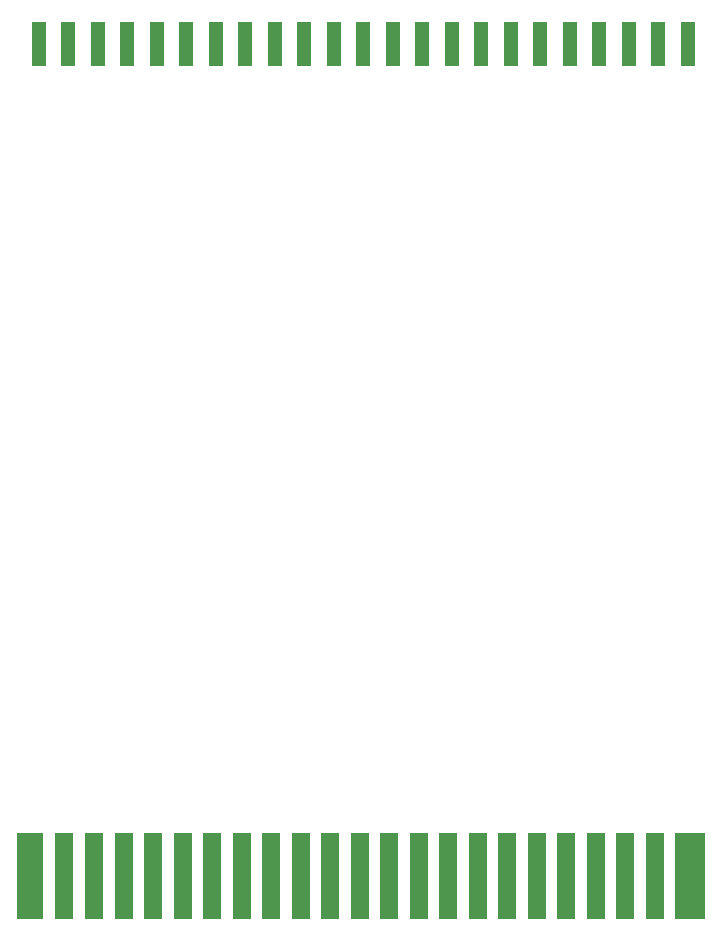
<source format=gbr>
%TF.GenerationSoftware,KiCad,Pcbnew,(6.0.2)*%
%TF.CreationDate,2022-11-25T01:59:39-06:00*%
%TF.ProjectId,Game Genie v1.0,47616d65-2047-4656-9e69-652076312e30,rev?*%
%TF.SameCoordinates,Original*%
%TF.FileFunction,Paste,Bot*%
%TF.FilePolarity,Positive*%
%FSLAX46Y46*%
G04 Gerber Fmt 4.6, Leading zero omitted, Abs format (unit mm)*
G04 Created by KiCad (PCBNEW (6.0.2)) date 2022-11-25 01:59:39*
%MOMM*%
%LPD*%
G01*
G04 APERTURE LIST*
%ADD10R,1.300000X3.800000*%
%ADD11R,2.500000X7.350000*%
%ADD12R,1.500000X7.350000*%
%ADD13R,2.250000X7.350000*%
G04 APERTURE END LIST*
D10*
%TO.C,J1*%
X172718000Y-63196000D03*
X170220267Y-63196000D03*
X167722540Y-63196000D03*
X165224813Y-63196000D03*
X162727086Y-63196000D03*
X160229359Y-63196000D03*
X157731632Y-63196000D03*
X155233905Y-63196000D03*
X152736178Y-63196000D03*
X150238451Y-63196000D03*
X147740724Y-63196000D03*
X145242997Y-63196000D03*
X142745270Y-63196000D03*
X140247543Y-63196000D03*
X137749816Y-63196000D03*
X135252089Y-63196000D03*
X132754362Y-63196000D03*
X130256635Y-63196000D03*
X127758908Y-63196000D03*
X125261181Y-63196000D03*
X122763454Y-63196000D03*
X120265727Y-63196000D03*
X117768000Y-63196000D03*
%TD*%
D11*
%TO.C,P1*%
X172959000Y-133626000D03*
D12*
X169959000Y-133626000D03*
X167459000Y-133626000D03*
X164959000Y-133626000D03*
X162459000Y-133626000D03*
X159959000Y-133626000D03*
X157459000Y-133626000D03*
X154959000Y-133626000D03*
X152459000Y-133626000D03*
X149959000Y-133626000D03*
X147459000Y-133626000D03*
X144959000Y-133626000D03*
X142459000Y-133626000D03*
X139959000Y-133626000D03*
X137459000Y-133626000D03*
X134959000Y-133626000D03*
X132459000Y-133626000D03*
X129959000Y-133626000D03*
X127459000Y-133626000D03*
X124959000Y-133626000D03*
X122459000Y-133626000D03*
X119959000Y-133626000D03*
D13*
X117084000Y-133626000D03*
%TD*%
M02*

</source>
